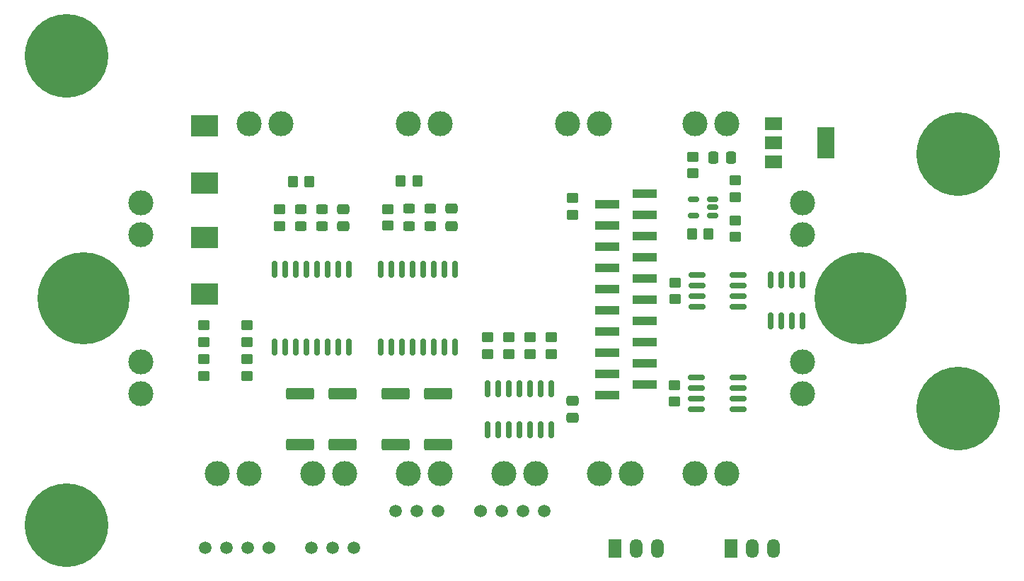
<source format=gbr>
%TF.GenerationSoftware,KiCad,Pcbnew,(6.0.1)*%
%TF.CreationDate,2023-04-21T13:11:10+03:00*%
%TF.ProjectId,Driver_Inductor,44726976-6572-45f4-996e-647563746f72,rev?*%
%TF.SameCoordinates,Original*%
%TF.FileFunction,Soldermask,Top*%
%TF.FilePolarity,Negative*%
%FSLAX46Y46*%
G04 Gerber Fmt 4.6, Leading zero omitted, Abs format (unit mm)*
G04 Created by KiCad (PCBNEW (6.0.1)) date 2023-04-21 13:11:10*
%MOMM*%
%LPD*%
G01*
G04 APERTURE LIST*
G04 Aperture macros list*
%AMRoundRect*
0 Rectangle with rounded corners*
0 $1 Rounding radius*
0 $2 $3 $4 $5 $6 $7 $8 $9 X,Y pos of 4 corners*
0 Add a 4 corners polygon primitive as box body*
4,1,4,$2,$3,$4,$5,$6,$7,$8,$9,$2,$3,0*
0 Add four circle primitives for the rounded corners*
1,1,$1+$1,$2,$3*
1,1,$1+$1,$4,$5*
1,1,$1+$1,$6,$7*
1,1,$1+$1,$8,$9*
0 Add four rect primitives between the rounded corners*
20,1,$1+$1,$2,$3,$4,$5,0*
20,1,$1+$1,$4,$5,$6,$7,0*
20,1,$1+$1,$6,$7,$8,$9,0*
20,1,$1+$1,$8,$9,$2,$3,0*%
G04 Aperture macros list end*
%ADD10C,10.000000*%
%ADD11C,1.524000*%
%ADD12C,11.000000*%
%ADD13C,3.000000*%
%ADD14RoundRect,0.150000X-0.150000X0.875000X-0.150000X-0.875000X0.150000X-0.875000X0.150000X0.875000X0*%
%ADD15RoundRect,0.249999X1.425001X-0.450001X1.425001X0.450001X-1.425001X0.450001X-1.425001X-0.450001X0*%
%ADD16R,2.000000X1.500000*%
%ADD17R,2.000000X3.800000*%
%ADD18RoundRect,0.250000X0.450000X-0.350000X0.450000X0.350000X-0.450000X0.350000X-0.450000X-0.350000X0*%
%ADD19RoundRect,0.250000X-0.450000X0.350000X-0.450000X-0.350000X0.450000X-0.350000X0.450000X0.350000X0*%
%ADD20RoundRect,0.250000X0.475000X-0.337500X0.475000X0.337500X-0.475000X0.337500X-0.475000X-0.337500X0*%
%ADD21R,1.500000X2.300000*%
%ADD22O,1.500000X2.300000*%
%ADD23C,1.500000*%
%ADD24RoundRect,0.150000X-0.150000X0.825000X-0.150000X-0.825000X0.150000X-0.825000X0.150000X0.825000X0*%
%ADD25RoundRect,0.150000X0.825000X0.150000X-0.825000X0.150000X-0.825000X-0.150000X0.825000X-0.150000X0*%
%ADD26RoundRect,0.250000X0.350000X0.450000X-0.350000X0.450000X-0.350000X-0.450000X0.350000X-0.450000X0*%
%ADD27R,3.300000X2.500000*%
%ADD28RoundRect,0.250000X0.450000X-0.325000X0.450000X0.325000X-0.450000X0.325000X-0.450000X-0.325000X0*%
%ADD29RoundRect,0.250000X-0.337500X-0.475000X0.337500X-0.475000X0.337500X0.475000X-0.337500X0.475000X0*%
%ADD30RoundRect,0.150000X0.512500X0.150000X-0.512500X0.150000X-0.512500X-0.150000X0.512500X-0.150000X0*%
%ADD31R,2.997200X1.000000*%
G04 APERTURE END LIST*
D10*
%TO.C,J5*%
X203200000Y-79970000D03*
D11*
X200152000Y-82510000D03*
X200406000Y-77176000D03*
X205994000Y-77176000D03*
X205994000Y-82510000D03*
X207010000Y-79970000D03*
X199390000Y-79970000D03*
X203200000Y-83780000D03*
X203200000Y-75906000D03*
%TD*%
D10*
%TO.C,J4*%
X203200000Y-110490000D03*
D11*
X200152000Y-113030000D03*
X200406000Y-107696000D03*
X205994000Y-107696000D03*
X205994000Y-113030000D03*
X207010000Y-110490000D03*
X199390000Y-110490000D03*
X203200000Y-114300000D03*
X203200000Y-106426000D03*
%TD*%
D10*
%TO.C,J3*%
X96520000Y-124460000D03*
D11*
X93472000Y-127000000D03*
X93726000Y-121666000D03*
X99314000Y-121666000D03*
X99314000Y-127000000D03*
X100330000Y-124460000D03*
X92710000Y-124460000D03*
X96520000Y-128270000D03*
X96520000Y-120396000D03*
%TD*%
D10*
%TO.C,J2*%
X96520000Y-68199000D03*
D11*
X93472000Y-70739000D03*
X93726000Y-65405000D03*
X99314000Y-65405000D03*
X99314000Y-70739000D03*
X100330000Y-68199000D03*
X92710000Y-68199000D03*
X96520000Y-72009000D03*
X96520000Y-64135000D03*
%TD*%
D12*
%TO.C,D20*%
X98552000Y-97282000D03*
X191552000Y-97282000D03*
D13*
X114572000Y-118232000D03*
X118382000Y-118232000D03*
X126002000Y-118232000D03*
X129812000Y-118232000D03*
X137432000Y-118232000D03*
X141242000Y-118232000D03*
X148862000Y-118232000D03*
X152672000Y-118232000D03*
X160292000Y-118232000D03*
X164102000Y-118232000D03*
X171722000Y-118232000D03*
X175532000Y-118232000D03*
X184652000Y-108712000D03*
X184652000Y-104902000D03*
X184652000Y-89662000D03*
X184652000Y-85852000D03*
X175532000Y-76332000D03*
X171722000Y-76332000D03*
X160292000Y-76332000D03*
X156482000Y-76332000D03*
X141242000Y-76332000D03*
X137432000Y-76332000D03*
X122192000Y-76332000D03*
X118382000Y-76332000D03*
X105452000Y-85852000D03*
X105452000Y-89662000D03*
X105452000Y-104902000D03*
X105452000Y-108712000D03*
%TD*%
D14*
%TO.C,D1*%
X130302000Y-93775000D03*
X129032000Y-93775000D03*
X127762000Y-93775000D03*
X126492000Y-93775000D03*
X125222000Y-93775000D03*
X123952000Y-93775000D03*
X122682000Y-93775000D03*
X121412000Y-93775000D03*
X121412000Y-103075000D03*
X122682000Y-103075000D03*
X123952000Y-103075000D03*
X125222000Y-103075000D03*
X126492000Y-103075000D03*
X127762000Y-103075000D03*
X129032000Y-103075000D03*
X130302000Y-103075000D03*
%TD*%
D15*
%TO.C,R3*%
X129540000Y-114810000D03*
X129540000Y-108710000D03*
%TD*%
D16*
%TO.C,U3*%
X181127000Y-76313000D03*
X181127000Y-78613000D03*
X181127000Y-80913000D03*
D17*
X187427000Y-78613000D03*
%TD*%
D18*
%TO.C,R22*%
X146913600Y-103920800D03*
X146913600Y-101920800D03*
%TD*%
D19*
%TO.C,R30*%
X157126914Y-85243200D03*
X157126914Y-87243200D03*
%TD*%
%TO.C,R1*%
X122072400Y-86579200D03*
X122072400Y-88579200D03*
%TD*%
D20*
%TO.C,C10*%
X142595600Y-88591300D03*
X142595600Y-86516300D03*
%TD*%
D21*
%TO.C,U1*%
X162217500Y-127254000D03*
D22*
X164757500Y-127254000D03*
X167297500Y-127254000D03*
%TD*%
D19*
%TO.C,R8*%
X113020000Y-104537000D03*
X113020000Y-106537000D03*
%TD*%
D23*
%TO.C,D16*%
X135928500Y-122758000D03*
X138468500Y-122758000D03*
X141008500Y-122758000D03*
D11*
X146088500Y-122758000D03*
D23*
X148628500Y-122758000D03*
X151168500Y-122758000D03*
X153708500Y-122758000D03*
%TD*%
D18*
%TO.C,R23*%
X169316400Y-109645200D03*
X169316400Y-107645200D03*
%TD*%
%TO.C,R19*%
X154533600Y-103920800D03*
X154533600Y-101920800D03*
%TD*%
D24*
%TO.C,U5*%
X184632600Y-95010200D03*
X183362600Y-95010200D03*
X182092600Y-95010200D03*
X180822600Y-95010200D03*
X180822600Y-99960200D03*
X182092600Y-99960200D03*
X183362600Y-99960200D03*
X184632600Y-99960200D03*
%TD*%
D25*
%TO.C,D14*%
X176871400Y-110550200D03*
X176871400Y-109280200D03*
X176871400Y-108010200D03*
X176871400Y-106740200D03*
X171921400Y-106740200D03*
X171921400Y-108010200D03*
X171921400Y-109280200D03*
X171921400Y-110550200D03*
%TD*%
D19*
%TO.C,R2*%
X134975600Y-86553800D03*
X134975600Y-88553800D03*
%TD*%
D20*
%TO.C,C15*%
X157073600Y-111578300D03*
X157073600Y-109503300D03*
%TD*%
D26*
%TO.C,R13*%
X125612400Y-83261200D03*
X123612400Y-83261200D03*
%TD*%
%TO.C,R15*%
X138515600Y-83235800D03*
X136515600Y-83235800D03*
%TD*%
D18*
%TO.C,R28*%
X171450000Y-82280000D03*
X171450000Y-80280000D03*
%TD*%
%TO.C,R26*%
X176530000Y-89900000D03*
X176530000Y-87900000D03*
%TD*%
D15*
%TO.C,R6*%
X135890000Y-114810000D03*
X135890000Y-108710000D03*
%TD*%
D27*
%TO.C,D5*%
X113030000Y-89945000D03*
X113030000Y-96745000D03*
%TD*%
D18*
%TO.C,R25*%
X176530000Y-85124800D03*
X176530000Y-83124800D03*
%TD*%
D28*
%TO.C,D10*%
X127152400Y-88604200D03*
X127152400Y-86554200D03*
%TD*%
D19*
%TO.C,R9*%
X113020000Y-100473000D03*
X113020000Y-102473000D03*
%TD*%
D28*
%TO.C,D9*%
X124612400Y-88604200D03*
X124612400Y-86554200D03*
%TD*%
D19*
%TO.C,R7*%
X118110000Y-104537000D03*
X118110000Y-106537000D03*
%TD*%
D18*
%TO.C,R20*%
X151993600Y-103920800D03*
X151993600Y-101920800D03*
%TD*%
D29*
%TO.C,C32*%
X173968500Y-80416400D03*
X176043500Y-80416400D03*
%TD*%
D30*
%TO.C,U4*%
X173857500Y-87310000D03*
X173857500Y-86360000D03*
X173857500Y-85410000D03*
X171582500Y-85410000D03*
X171582500Y-87310000D03*
%TD*%
D19*
%TO.C,R10*%
X118110000Y-100473000D03*
X118110000Y-102473000D03*
%TD*%
D21*
%TO.C,U2*%
X176026500Y-127258500D03*
D22*
X178566500Y-127258500D03*
X181106500Y-127258500D03*
%TD*%
D24*
%TO.C,D13*%
X154533600Y-108065800D03*
X153263600Y-108065800D03*
X151993600Y-108065800D03*
X150723600Y-108065800D03*
X149453600Y-108065800D03*
X148183600Y-108065800D03*
X146913600Y-108065800D03*
X146913600Y-113015800D03*
X148183600Y-113015800D03*
X149453600Y-113015800D03*
X150723600Y-113015800D03*
X151993600Y-113015800D03*
X153263600Y-113015800D03*
X154533600Y-113015800D03*
%TD*%
D18*
%TO.C,R21*%
X149453600Y-103920800D03*
X149453600Y-101920800D03*
%TD*%
D27*
%TO.C,D7*%
X113030000Y-76610000D03*
X113030000Y-83410000D03*
%TD*%
D23*
%TO.C,D15*%
X130937000Y-127179000D03*
X128397000Y-127179000D03*
X125857000Y-127179000D03*
D11*
X120777000Y-127179000D03*
D23*
X118237000Y-127179000D03*
X115697000Y-127179000D03*
X113157000Y-127179000D03*
%TD*%
D25*
%TO.C,D19*%
X176922200Y-98256600D03*
X176922200Y-96986600D03*
X176922200Y-95716600D03*
X176922200Y-94446600D03*
X171972200Y-94446600D03*
X171972200Y-95716600D03*
X171972200Y-96986600D03*
X171972200Y-98256600D03*
%TD*%
D20*
%TO.C,C8*%
X129692400Y-88616700D03*
X129692400Y-86541700D03*
%TD*%
D15*
%TO.C,R4*%
X124460000Y-114810000D03*
X124460000Y-108710000D03*
%TD*%
D18*
%TO.C,R29*%
X169367200Y-97351600D03*
X169367200Y-95351600D03*
%TD*%
D15*
%TO.C,R5*%
X140970000Y-114810000D03*
X140970000Y-108710000D03*
%TD*%
D28*
%TO.C,D11*%
X137515600Y-88578800D03*
X137515600Y-86528800D03*
%TD*%
D31*
%TO.C,J1*%
X161275000Y-108839000D03*
X165775001Y-107569000D03*
X161275000Y-106299000D03*
X165775001Y-105029000D03*
X161275000Y-103759000D03*
X165775001Y-102489000D03*
X161275000Y-101219000D03*
X165775001Y-99949000D03*
X161275000Y-98679000D03*
X165775001Y-97409000D03*
X161275000Y-96139000D03*
X165775001Y-94869000D03*
X161275000Y-93599000D03*
X165775001Y-92329000D03*
X161275000Y-91059000D03*
X165775001Y-89789000D03*
X161275000Y-88519000D03*
X165775001Y-87249000D03*
X161275000Y-85979000D03*
X165775001Y-84709000D03*
%TD*%
D26*
%TO.C,R27*%
X173372400Y-89535000D03*
X171372400Y-89535000D03*
%TD*%
D28*
%TO.C,D12*%
X140055600Y-88578800D03*
X140055600Y-86528800D03*
%TD*%
D14*
%TO.C,D2*%
X143002000Y-93775000D03*
X141732000Y-93775000D03*
X140462000Y-93775000D03*
X139192000Y-93775000D03*
X137922000Y-93775000D03*
X136652000Y-93775000D03*
X135382000Y-93775000D03*
X134112000Y-93775000D03*
X134112000Y-103075000D03*
X135382000Y-103075000D03*
X136652000Y-103075000D03*
X137922000Y-103075000D03*
X139192000Y-103075000D03*
X140462000Y-103075000D03*
X141732000Y-103075000D03*
X143002000Y-103075000D03*
%TD*%
M02*

</source>
